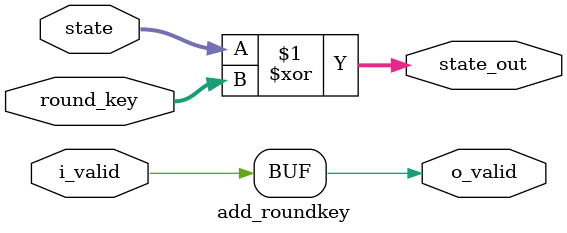
<source format=sv>
`timescale 1ns / 1ps


module add_roundkey #(
    parameter NB   = 4,      // Number of columns (matrix is NB x NB)
    parameter WORD = 8       // Size of each byte in bits
)(
    input  logic               i_valid,    // Input valid signal
    input  logic [NB*NB*WORD-1:0] state,     // 128-bit input state
    input  logic [NB*NB*WORD-1:0] round_key, // 128-bit round key
    output logic               o_valid,    // Output valid signal
    output logic [NB*NB*WORD-1:0] state_out  // 128-bit output state
);

    // Perform the AddRoundKey operation (bitwise XOR)
    assign state_out = state ^ round_key;

    // Directly propagate the valid signal
    assign o_valid = i_valid;

endmodule


</source>
